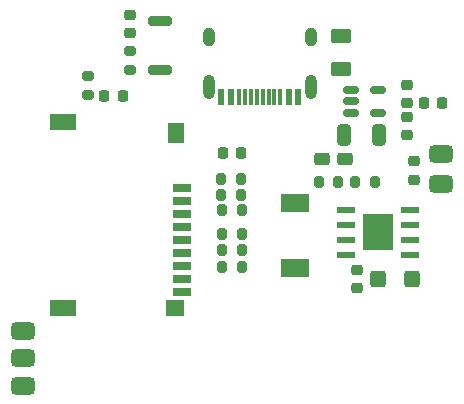
<source format=gbr>
%TF.GenerationSoftware,KiCad,Pcbnew,7.0.8*%
%TF.CreationDate,2023-11-14T14:25:30+07:00*%
%TF.ProjectId,Pixracer_clone,50697872-6163-4657-925f-636c6f6e652e,rev?*%
%TF.SameCoordinates,Original*%
%TF.FileFunction,Paste,Bot*%
%TF.FilePolarity,Positive*%
%FSLAX46Y46*%
G04 Gerber Fmt 4.6, Leading zero omitted, Abs format (unit mm)*
G04 Created by KiCad (PCBNEW 7.0.8) date 2023-11-14 14:25:30*
%MOMM*%
%LPD*%
G01*
G04 APERTURE LIST*
G04 Aperture macros list*
%AMRoundRect*
0 Rectangle with rounded corners*
0 $1 Rounding radius*
0 $2 $3 $4 $5 $6 $7 $8 $9 X,Y pos of 4 corners*
0 Add a 4 corners polygon primitive as box body*
4,1,4,$2,$3,$4,$5,$6,$7,$8,$9,$2,$3,0*
0 Add four circle primitives for the rounded corners*
1,1,$1+$1,$2,$3*
1,1,$1+$1,$4,$5*
1,1,$1+$1,$6,$7*
1,1,$1+$1,$8,$9*
0 Add four rect primitives between the rounded corners*
20,1,$1+$1,$2,$3,$4,$5,0*
20,1,$1+$1,$4,$5,$6,$7,0*
20,1,$1+$1,$6,$7,$8,$9,0*
20,1,$1+$1,$8,$9,$2,$3,0*%
G04 Aperture macros list end*
%ADD10RoundRect,0.200000X-0.200000X-0.275000X0.200000X-0.275000X0.200000X0.275000X-0.200000X0.275000X0*%
%ADD11RoundRect,0.225000X0.250000X-0.225000X0.250000X0.225000X-0.250000X0.225000X-0.250000X-0.225000X0*%
%ADD12RoundRect,0.200000X0.200000X0.275000X-0.200000X0.275000X-0.200000X-0.275000X0.200000X-0.275000X0*%
%ADD13RoundRect,0.250000X0.400000X0.450000X-0.400000X0.450000X-0.400000X-0.450000X0.400000X-0.450000X0*%
%ADD14RoundRect,0.200000X0.275000X-0.200000X0.275000X0.200000X-0.275000X0.200000X-0.275000X-0.200000X0*%
%ADD15RoundRect,0.250000X-0.325000X-0.650000X0.325000X-0.650000X0.325000X0.650000X-0.325000X0.650000X0*%
%ADD16RoundRect,0.375000X-0.625000X-0.375000X0.625000X-0.375000X0.625000X0.375000X-0.625000X0.375000X0*%
%ADD17RoundRect,0.200000X0.800000X-0.200000X0.800000X0.200000X-0.800000X0.200000X-0.800000X-0.200000X0*%
%ADD18RoundRect,0.250000X-0.625000X0.375000X-0.625000X-0.375000X0.625000X-0.375000X0.625000X0.375000X0*%
%ADD19RoundRect,0.225000X0.225000X0.250000X-0.225000X0.250000X-0.225000X-0.250000X0.225000X-0.250000X0*%
%ADD20RoundRect,0.150000X-0.512500X-0.150000X0.512500X-0.150000X0.512500X0.150000X-0.512500X0.150000X0*%
%ADD21R,1.550000X0.600000*%
%ADD22R,2.600000X3.100000*%
%ADD23RoundRect,0.250000X-0.400000X-0.275000X0.400000X-0.275000X0.400000X0.275000X-0.400000X0.275000X0*%
%ADD24RoundRect,0.225000X-0.225000X-0.250000X0.225000X-0.250000X0.225000X0.250000X-0.225000X0.250000X0*%
%ADD25RoundRect,0.225000X-0.250000X0.225000X-0.250000X-0.225000X0.250000X-0.225000X0.250000X0.225000X0*%
%ADD26R,0.600000X1.450000*%
%ADD27R,0.300000X1.450000*%
%ADD28O,1.000000X1.600000*%
%ADD29O,1.000000X2.100000*%
%ADD30R,2.400000X1.500000*%
%ADD31R,1.600000X0.700000*%
%ADD32R,1.600000X1.400000*%
%ADD33R,2.200000X1.400000*%
%ADD34R,1.400000X1.800000*%
%ADD35RoundRect,0.375000X0.625000X0.375000X-0.625000X0.375000X-0.625000X-0.375000X0.625000X-0.375000X0*%
%ADD36RoundRect,0.200000X-0.275000X0.200000X-0.275000X-0.200000X0.275000X-0.200000X0.275000X0.200000X0*%
G04 APERTURE END LIST*
D10*
%TO.C,R20*%
X131450000Y-96690000D03*
X133100000Y-96690000D03*
%TD*%
D11*
%TO.C,C5*%
X136400000Y-96475000D03*
X136400000Y-94925000D03*
%TD*%
D12*
%TO.C,R14*%
X121825000Y-99000000D03*
X120175000Y-99000000D03*
%TD*%
D13*
%TO.C,D2*%
X136250000Y-104890000D03*
X133350000Y-104890000D03*
%TD*%
D14*
%TO.C,R9*%
X112400000Y-87200000D03*
X112400000Y-85550000D03*
%TD*%
D15*
%TO.C,C35*%
X130525000Y-92700000D03*
X133475000Y-92700000D03*
%TD*%
D16*
%TO.C,J2*%
X103300000Y-113900000D03*
X103300000Y-111600000D03*
X103300000Y-109300000D03*
%TD*%
D11*
%TO.C,C40*%
X135800000Y-92675000D03*
X135800000Y-91125000D03*
%TD*%
D17*
%TO.C,SW2*%
X114900000Y-87200000D03*
X114900000Y-83000000D03*
%TD*%
D18*
%TO.C,D1*%
X130200000Y-84300000D03*
X130200000Y-87100000D03*
%TD*%
D19*
%TO.C,C15*%
X138775000Y-90000000D03*
X137225000Y-90000000D03*
%TD*%
D10*
%TO.C,R19*%
X128350000Y-96690000D03*
X130000000Y-96690000D03*
%TD*%
D20*
%TO.C,U10*%
X131100000Y-90800000D03*
X131100000Y-89850000D03*
X131100000Y-88900000D03*
X133375000Y-88900000D03*
X133375000Y-90800000D03*
%TD*%
D21*
%TO.C,U5*%
X130700000Y-102840000D03*
X130700000Y-101570000D03*
X130700000Y-100300000D03*
X130700000Y-99030000D03*
X136100000Y-99030000D03*
X136100000Y-100300000D03*
X136100000Y-101570000D03*
X136100000Y-102840000D03*
D22*
X133400000Y-100935000D03*
%TD*%
D12*
%TO.C,R15*%
X121735000Y-97800000D03*
X120085000Y-97800000D03*
%TD*%
%TO.C,R11*%
X121825000Y-102400000D03*
X120175000Y-102400000D03*
%TD*%
D23*
%TO.C,C11*%
X128625000Y-94690000D03*
X130575000Y-94690000D03*
%TD*%
D12*
%TO.C,R17*%
X121735000Y-96400000D03*
X120085000Y-96400000D03*
%TD*%
%TO.C,R12*%
X121825000Y-103900000D03*
X120175000Y-103900000D03*
%TD*%
D11*
%TO.C,C10*%
X135800000Y-89975000D03*
X135800000Y-88425000D03*
%TD*%
D24*
%TO.C,C7*%
X110200000Y-89400000D03*
X111750000Y-89400000D03*
%TD*%
D12*
%TO.C,R13*%
X121825000Y-101100000D03*
X120175000Y-101100000D03*
%TD*%
D11*
%TO.C,C14*%
X112400000Y-84075000D03*
X112400000Y-82525000D03*
%TD*%
D25*
%TO.C,C12*%
X131600000Y-104115000D03*
X131600000Y-105665000D03*
%TD*%
D26*
%TO.C,P1*%
X120100000Y-89500000D03*
X120900000Y-89500000D03*
D27*
X122100000Y-89500000D03*
X123100000Y-89500000D03*
X123600000Y-89500000D03*
X124600000Y-89500000D03*
D26*
X125800000Y-89500000D03*
X126600000Y-89500000D03*
X126600000Y-89500000D03*
X125800000Y-89500000D03*
D27*
X125100000Y-89500000D03*
X124100000Y-89500000D03*
X122600000Y-89500000D03*
X121600000Y-89500000D03*
D26*
X120900000Y-89500000D03*
X120100000Y-89500000D03*
D28*
X119030000Y-84405000D03*
D29*
X119030000Y-88585000D03*
D28*
X127670000Y-84405000D03*
D29*
X127670000Y-88585000D03*
%TD*%
D30*
%TO.C,L1*%
X126300000Y-103950000D03*
X126300000Y-98450000D03*
%TD*%
D19*
%TO.C,C41*%
X121775000Y-94200000D03*
X120225000Y-94200000D03*
%TD*%
D31*
%TO.C,J18*%
X116800000Y-97200000D03*
X116800000Y-98300000D03*
X116800000Y-99400000D03*
X116800000Y-100500000D03*
X116800000Y-101600000D03*
X116800000Y-102700000D03*
X116800000Y-103800000D03*
X116800000Y-104900000D03*
X116800000Y-106000000D03*
D32*
X116200000Y-107300000D03*
D33*
X106700000Y-107300000D03*
X106700000Y-91600000D03*
D34*
X116300000Y-92500000D03*
%TD*%
D35*
%TO.C,J19*%
X138700000Y-94300000D03*
X138700000Y-96800000D03*
%TD*%
D36*
%TO.C,R1*%
X108800000Y-87675000D03*
X108800000Y-89325000D03*
%TD*%
M02*

</source>
